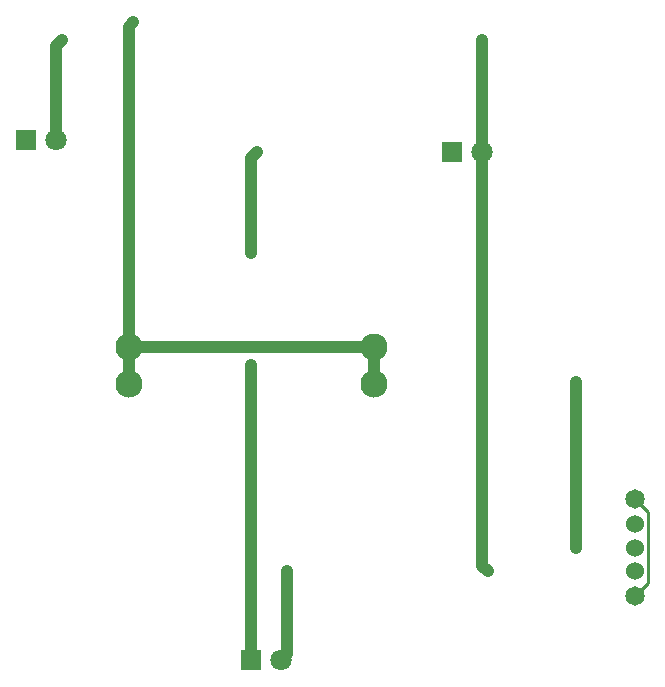
<source format=gtl>
%TF.GenerationSoftware,KiCad,Pcbnew,7.0.2*%
%TF.CreationDate,2023-06-01T22:40:15-04:00*%
%TF.ProjectId,sectr-soldering-kit,73656374-722d-4736-9f6c-646572696e67,rev?*%
%TF.SameCoordinates,Original*%
%TF.FileFunction,Copper,L1,Top*%
%TF.FilePolarity,Positive*%
%FSLAX46Y46*%
G04 Gerber Fmt 4.6, Leading zero omitted, Abs format (unit mm)*
G04 Created by KiCad (PCBNEW 7.0.2) date 2023-06-01 22:40:15*
%MOMM*%
%LPD*%
G01*
G04 APERTURE LIST*
%TA.AperFunction,ComponentPad*%
%ADD10C,1.650000*%
%TD*%
%TA.AperFunction,ComponentPad*%
%ADD11C,1.524000*%
%TD*%
%TA.AperFunction,ComponentPad*%
%ADD12C,2.300000*%
%TD*%
%TA.AperFunction,ComponentPad*%
%ADD13R,1.800000X1.800000*%
%TD*%
%TA.AperFunction,ComponentPad*%
%ADD14C,1.800000*%
%TD*%
%TA.AperFunction,ViaPad*%
%ADD15C,0.800000*%
%TD*%
%TA.AperFunction,Conductor*%
%ADD16C,1.000000*%
%TD*%
%TA.AperFunction,Conductor*%
%ADD17C,0.250000*%
%TD*%
G04 APERTURE END LIST*
D10*
%TO.P,U1,1*%
%TO.N,unconnected-(U1-Pad1)*%
X177000000Y-90100000D03*
X177000000Y-81900000D03*
D11*
%TO.P,U1,2*%
%TO.N,Net-(D1-A)*%
X177000000Y-88000000D03*
%TO.P,U1,3*%
%TO.N,Net-(JP1-B)*%
X177000000Y-86000000D03*
%TO.P,U1,4*%
%TO.N,unconnected-(U1-Pad4)*%
X177000000Y-84000000D03*
%TD*%
D12*
%TO.P,BT2,P1*%
%TO.N,Net-(JP1-B)*%
X154900000Y-69000000D03*
%TO.P,BT2,P2*%
X154900000Y-72100000D03*
%TO.P,BT2,P3*%
X134100000Y-72100000D03*
%TO.P,BT2,P4*%
X134100000Y-69000000D03*
%TD*%
D13*
%TO.P,D2,1,K*%
%TO.N,Net-(D1-K)*%
X161460000Y-52500000D03*
D14*
%TO.P,D2,2,A*%
%TO.N,Net-(D1-A)*%
X164000000Y-52500000D03*
%TD*%
D13*
%TO.P,D3,1,K*%
%TO.N,Net-(D1-K)*%
X144500000Y-95500000D03*
D14*
%TO.P,D3,2,A*%
%TO.N,Net-(D1-A)*%
X147040000Y-95500000D03*
%TD*%
D13*
%TO.P,D1,1,K*%
%TO.N,Net-(D1-K)*%
X125460000Y-51500000D03*
D14*
%TO.P,D1,2,A*%
%TO.N,Net-(D1-A)*%
X128000000Y-51500000D03*
%TD*%
D15*
%TO.N,Net-(D1-K)*%
X144500000Y-70500000D03*
X144500000Y-61000000D03*
X145000000Y-52500000D03*
%TO.N,Net-(D1-A)*%
X164500000Y-88000000D03*
X164000000Y-43000000D03*
X128500000Y-43000000D03*
X147500000Y-88000000D03*
%TO.N,Net-(JP1-B)*%
X134500000Y-41500000D03*
X172000000Y-72000000D03*
X172000000Y-86000000D03*
%TD*%
D16*
%TO.N,Net-(D1-K)*%
X144500000Y-53000000D02*
X145000000Y-52500000D01*
X144460000Y-70540000D02*
X144500000Y-70500000D01*
X144500000Y-61000000D02*
X144500000Y-53000000D01*
X144460000Y-95500000D02*
X144460000Y-70540000D01*
%TO.N,Net-(D1-A)*%
X128000000Y-43500000D02*
X128500000Y-43000000D01*
X164000000Y-87500000D02*
X164500000Y-88000000D01*
X147500000Y-88000000D02*
X147500000Y-95000000D01*
X164000000Y-52500000D02*
X164000000Y-43000000D01*
X164000000Y-52500000D02*
X164000000Y-87500000D01*
X128000000Y-51500000D02*
X128000000Y-43500000D01*
X147500000Y-95000000D02*
X147000000Y-95500000D01*
%TO.N,Net-(JP1-B)*%
X134100000Y-69000000D02*
X134100000Y-41900000D01*
X134100000Y-41900000D02*
X134500000Y-41500000D01*
X134100000Y-72100000D02*
X134100000Y-69000000D01*
X154900000Y-72100000D02*
X154900000Y-69000000D01*
X172000000Y-72000000D02*
X172000000Y-86000000D01*
X134100000Y-69000000D02*
X154900000Y-69000000D01*
D17*
%TO.N,unconnected-(U1-Pad1)*%
X178087000Y-89013000D02*
X177000000Y-90100000D01*
X177000000Y-81900000D02*
X178087000Y-82987000D01*
X178087000Y-82987000D02*
X178087000Y-89013000D01*
%TD*%
M02*

</source>
